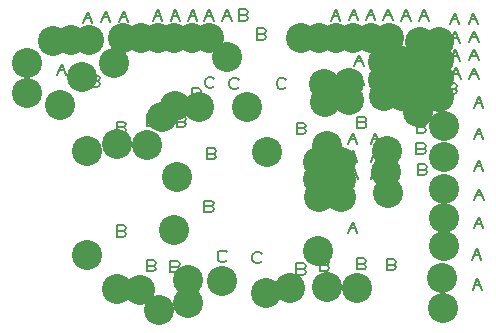
<source format=gbr>
%FSLAX35Y35*%
%MOIN*%
G04 EasyPC Gerber Version 18.0.8 Build 3632 *
%ADD11C,0.00500*%
%ADD80C,0.10000*%
X0Y0D02*
D02*
D11*
X15758Y82479D02*
X17320Y86229D01*
X18883Y82479*
X16383Y84041D02*
X18258D01*
X15758Y92479D02*
X17320Y96229D01*
X18883Y92479*
X16383Y94041D02*
X18258D01*
X24494Y99717D02*
X26057Y103467D01*
X27619Y99717*
X25119Y101280D02*
X26994D01*
X29053Y80376D02*
X29678Y80063D01*
X29991Y79439*
X29678Y78813*
X29053Y78501*
X26865*
Y82251*
X29053*
X29678Y81939*
X29991Y81313*
X29678Y80689*
X29053Y80376*
X26865*
X30485Y100092D02*
X32047Y103842D01*
X33610Y100092*
X31110Y101654D02*
X32985D01*
X34104Y87736D02*
X35667Y91486D01*
X37229Y87736*
X34729Y89299D02*
X36604D01*
X37885Y65025D02*
X38510Y64713D01*
X38822Y64088*
X38510Y63463*
X37885Y63150*
X35697*
Y66900*
X37885*
X38510Y66588*
X38822Y65963*
X38510Y65338*
X37885Y65025*
X35697*
X37938Y30399D02*
X38563Y30087D01*
X38876Y29462*
X38563Y28837*
X37938Y28524*
X35750*
Y32274*
X37938*
X38563Y31962*
X38876Y31337*
X38563Y30712*
X37938Y30399*
X35750*
X36475Y100092D02*
X38038Y103842D01*
X39600Y100092*
X37100Y101654D02*
X38975D01*
X47024Y94354D02*
X47650Y94041D01*
X47962Y93417*
X47650Y92791*
X47024Y92479*
X44837*
Y96229*
X47024*
X47650Y95917*
X47962Y95291*
X47650Y94667*
X47024Y94354*
X44837*
X47885Y18848D02*
X48510Y18535D01*
X48822Y17911*
X48510Y17285*
X47885Y16973*
X45697*
Y20723*
X47885*
X48510Y20411*
X48822Y19785*
X48510Y19161*
X47885Y18848*
X45697*
X47885Y67396D02*
X48510Y67084D01*
X48822Y66459*
X48510Y65834*
X47885Y65521*
X45697*
Y69271*
X47885*
X48510Y68959*
X48822Y68334*
X48510Y67709*
X47885Y67396*
X45697*
X47832Y100591D02*
X49395Y104341D01*
X50957Y100591*
X48457Y102154D02*
X50332D01*
X55749Y18474D02*
X56374Y18161D01*
X56687Y17536*
X56374Y16911*
X55749Y16598*
X53562*
Y20348*
X55749*
X56374Y20036*
X56687Y19411*
X56374Y18786*
X55749Y18474*
X53562*
X53698Y100591D02*
X55261Y104341D01*
X56823Y100591*
X54323Y102154D02*
X56198D01*
X57885Y66897D02*
X58510Y66585D01*
X58822Y65960*
X58510Y65335*
X57885Y65022*
X55697*
Y68772*
X57885*
X58510Y68460*
X58822Y67835*
X58510Y67210*
X57885Y66897*
X55697*
X59439Y100591D02*
X61002Y104341D01*
X62564Y100591*
X60064Y102154D02*
X61939D01*
X62126Y11881D02*
X62751Y11569D01*
X63063Y10944*
X62751Y10319*
X62126Y10006*
X59938*
Y13756*
X62126*
X62751Y13444*
X63063Y12819*
X62751Y12194*
X62126Y11881*
X59938*
X62874Y76257D02*
X63500Y75945D01*
X63812Y75320*
X63500Y74695*
X62874Y74382*
X60687*
Y78132*
X62874*
X63500Y77820*
X63812Y77195*
X63500Y76570*
X62874Y76257*
X60687*
X67118Y38692D02*
X67743Y38379D01*
X68056Y37754*
X67743Y37129*
X67118Y36817*
X64930*
Y40567*
X67118*
X67743Y40254*
X68056Y39629*
X67743Y39004*
X67118Y38692*
X64930*
Y100591D02*
X66493Y104341D01*
X68056Y100591*
X65556Y102154D02*
X67430D01*
X68204Y78696D02*
X67892Y78383D01*
X67267Y78071*
X66329*
X65704Y78383*
X65392Y78696*
X65079Y79321*
Y80571*
X65392Y81196*
X65704Y81509*
X66329Y81821*
X67267*
X67892Y81509*
X68204Y81196*
X67991Y56164D02*
X68617Y55852D01*
X68929Y55227*
X68617Y54602*
X67991Y54289*
X65804*
Y58039*
X67991*
X68617Y57727*
X68929Y57102*
X68617Y56477*
X67991Y56164*
X65804*
X72448Y20787D02*
X72135Y20475D01*
X71510Y20162*
X70572*
X69948Y20475*
X69635Y20787*
X69322Y21412*
Y22662*
X69635Y23287*
X69948Y23600*
X70572Y23912*
X71510*
X72135Y23600*
X72448Y23287*
X71611Y14355D02*
X72236Y14043D01*
X72548Y13418*
X72236Y12793*
X71611Y12480*
X69423*
Y16230*
X71611*
X72236Y15918*
X72548Y15293*
X72236Y14668*
X71611Y14355*
X69423*
X70921Y100591D02*
X72483Y104341D01*
X74046Y100591*
X71546Y102154D02*
X73421D01*
X76417Y78377D02*
X76105Y78065D01*
X75480Y77752*
X74542*
X73917Y78065*
X73605Y78377*
X73292Y79002*
Y80252*
X73605Y80877*
X73917Y81190*
X74542Y81502*
X75480*
X76105Y81190*
X76417Y80877*
X78600Y102466D02*
X79225Y102154D01*
X79537Y101529*
X79225Y100904*
X78600Y100591*
X76412*
Y104341*
X78600*
X79225Y104029*
X79537Y103404*
X79225Y102779*
X78600Y102466*
X76412*
X84054Y20288D02*
X83742Y19976D01*
X83117Y19663*
X82179*
X81554Y19976*
X81242Y20288*
X80929Y20913*
Y22163*
X81242Y22788*
X81554Y23101*
X82179Y23413*
X83117*
X83742Y23101*
X84054Y22788*
X84590Y96101D02*
X85215Y95789D01*
X85528Y95164*
X85215Y94539*
X84590Y94226*
X82403*
Y97976*
X84590*
X85215Y97664*
X85528Y97039*
X85215Y96414*
X84590Y96101*
X82403*
X92143Y78377D02*
X91830Y78065D01*
X91205Y77752*
X90267*
X89643Y78065*
X89330Y78377*
X89017Y79002*
Y80252*
X89330Y80877*
X89643Y81190*
X90267Y81502*
X91205*
X91830Y81190*
X92143Y80877*
X97819Y17725D02*
X98444Y17412D01*
X98757Y16787*
X98444Y16162*
X97819Y15850*
X95632*
Y19600*
X97819*
X98444Y19287*
X98757Y18662*
X98444Y18037*
X97819Y17725*
X95632*
X97885Y64651D02*
X98510Y64338D01*
X98822Y63713*
X98510Y63088*
X97885Y62776*
X95697*
Y66526*
X97885*
X98510Y66213*
X98822Y65588*
X98510Y64963*
X97885Y64651*
X95697*
X105682Y19098D02*
X106307Y18785D01*
X106620Y18160*
X106307Y17535*
X105682Y17222*
X103494*
Y20972*
X105682*
X106307Y20660*
X106620Y20035*
X106307Y19410*
X105682Y19098*
X103494*
X107114Y100591D02*
X108676Y104341D01*
X110239Y100591*
X107739Y102154D02*
X109614D01*
X112855Y29828D02*
X114417Y33578D01*
X115980Y29828*
X113480Y31390D02*
X115355D01*
X112855Y53540D02*
X114417Y57290D01*
X115980Y53540*
X113480Y55103D02*
X115355D01*
X112855Y59406D02*
X114417Y63156D01*
X115980Y59406*
X113480Y60969D02*
X115355D01*
X113104Y47674D02*
X114667Y51424D01*
X116230Y47674*
X113730Y49237D02*
X115604D01*
X113104Y100716D02*
X114667Y104466D01*
X116230Y100716*
X113730Y102278D02*
X115604D01*
X114976Y85365D02*
X116539Y89115D01*
X118102Y85365*
X115602Y86928D02*
X117476D01*
X115101Y79250D02*
X116664Y83000D01*
X118226Y79250*
X115726Y80812D02*
X117601D01*
X117885Y19472D02*
X118510Y19159D01*
X118822Y18535*
X118510Y17909*
X117885Y17597*
X115697*
Y21347*
X117885*
X118510Y21035*
X118822Y20409*
X118510Y19785*
X117885Y19472*
X115697*
X118037Y66648D02*
X118663Y66335D01*
X118975Y65710*
X118663Y65085*
X118037Y64772*
X115850*
Y68522*
X118037*
X118663Y68210*
X118975Y67585*
X118663Y66960*
X118037Y66648*
X115850*
X118845Y100716D02*
X120408Y104466D01*
X121970Y100716*
X119470Y102278D02*
X121345D01*
X120343Y47674D02*
X121906Y51424D01*
X123468Y47674*
X120968Y49237D02*
X122843D01*
X120343Y53415D02*
X121906Y57165D01*
X123468Y53415*
X120968Y54978D02*
X122843D01*
X120343Y59406D02*
X121906Y63156D01*
X123468Y59406*
X120968Y60969D02*
X122843D01*
X123089Y79874D02*
X124651Y83624D01*
X126214Y79874*
X123714Y81436D02*
X125589D01*
X123213Y85739D02*
X124776Y89489D01*
X126339Y85739*
X123839Y87302D02*
X125713D01*
X124586Y100716D02*
X126149Y104466D01*
X127711Y100716*
X125211Y102278D02*
X127086D01*
X127885Y19222D02*
X128510Y18910D01*
X128822Y18285*
X128510Y17660*
X127885Y17347*
X125697*
Y21097*
X127885*
X128510Y20785*
X128822Y20160*
X128510Y19535*
X127885Y19222*
X125697*
X130577Y100591D02*
X132139Y104341D01*
X133702Y100591*
X131202Y102154D02*
X133077D01*
X134446Y86738D02*
X136008Y90488D01*
X137571Y86738*
X135071Y88300D02*
X136946D01*
X134570Y92853D02*
X136133Y96603D01*
X137696Y92853*
X135196Y94416D02*
X137070D01*
X134695Y81246D02*
X136258Y84996D01*
X137820Y81246*
X135320Y82809D02*
X137195D01*
X137756Y57911D02*
X138381Y57599D01*
X138694Y56974*
X138381Y56349*
X137756Y56036*
X135569*
Y59786*
X137756*
X138381Y59474*
X138694Y58849*
X138381Y58224*
X137756Y57911*
X135569*
X137885Y65025D02*
X138510Y64713D01*
X138822Y64088*
X138510Y63463*
X137885Y63150*
X135697*
Y66900*
X137885*
X138510Y66588*
X138822Y65963*
X138510Y65338*
X137885Y65025*
X135697*
X138256Y50922D02*
X138881Y50610D01*
X139193Y49985*
X138881Y49360*
X138256Y49047*
X136068*
Y52797*
X138256*
X138881Y52485*
X139193Y51860*
X138881Y51235*
X138256Y50922*
X136068*
X136567Y100591D02*
X138130Y104341D01*
X139693Y100591*
X137193Y102154D02*
X139067D01*
X140686Y81246D02*
X142248Y84996D01*
X143811Y81246*
X141311Y82809D02*
X143186D01*
X140686Y93103D02*
X142248Y96853D01*
X143811Y93103*
X141311Y94665D02*
X143186D01*
X140811Y86987D02*
X142373Y90737D01*
X143936Y86987*
X141436Y88550D02*
X143311D01*
X148240Y77880D02*
X148865Y77567D01*
X149178Y76943*
X148865Y76317*
X148240Y76005*
X146052*
Y79755*
X148240*
X148865Y79443*
X149178Y78817*
X148865Y78193*
X148240Y77880*
X146052*
X146801Y99468D02*
X148364Y103218D01*
X149926Y99468*
X147426Y101030D02*
X149301D01*
X146926Y93228D02*
X148489Y96978D01*
X150051Y93228*
X147551Y94790D02*
X149426D01*
X147051Y87237D02*
X148613Y90987D01*
X150176Y87237*
X147676Y88800D02*
X149551D01*
X147300Y81246D02*
X148863Y84996D01*
X150426Y81246*
X147926Y82809D02*
X149800D01*
X153041Y99468D02*
X154604Y103218D01*
X156167Y99468*
X153667Y101030D02*
X155541D01*
X153291Y81122D02*
X154854Y84872D01*
X156416Y81122*
X153916Y82684D02*
X155791D01*
X153291Y87362D02*
X154854Y91112D01*
X156416Y87362*
X153916Y88924D02*
X155791D01*
X153291Y93477D02*
X154854Y97227D01*
X156416Y93477*
X153916Y95040D02*
X155791D01*
X154165Y20842D02*
X155727Y24592D01*
X157290Y20842*
X154790Y22404D02*
X156665D01*
X154414Y10857D02*
X155977Y14607D01*
X157539Y10857*
X155039Y12420D02*
X156914D01*
X154789Y31325D02*
X156351Y35075D01*
X157914Y31325*
X155414Y32888D02*
X157289D01*
X154789Y50420D02*
X156351Y54170D01*
X157914Y50420*
X155414Y51983D02*
X157289D01*
X154789Y61153D02*
X156351Y64903D01*
X157914Y61153*
X155414Y62716D02*
X157289D01*
X154789Y71512D02*
X156351Y75262D01*
X157914Y71512*
X155414Y73074D02*
X157289D01*
X154913Y40810D02*
X156476Y44560D01*
X158039Y40810*
X155539Y42373D02*
X157413D01*
D02*
D80*
X5758Y76541D03*
Y86541D03*
X14494Y93780D03*
X16865Y72563D03*
X20485Y94154D03*
X24104Y81799D03*
X25697Y57213D03*
X25750Y22587D03*
X26475Y94154D03*
X34837Y86541D03*
X35697Y11035D03*
Y59584D03*
X37832Y94654D03*
X43562Y10661D03*
X43698Y94654D03*
X45697Y59085D03*
X49439Y94654D03*
X49938Y4069D03*
X50687Y68445D03*
X54930Y30879D03*
Y94654D03*
X55079Y72133D03*
X55804Y48352D03*
X59322Y14225D03*
X59423Y6543D03*
X60921Y94654D03*
X63292Y71815D03*
X66412Y94654D03*
X70929Y13726D03*
X72403Y88289D03*
X79017Y71815D03*
X85632Y9912D03*
X85697Y56838D03*
X93494Y11285D03*
X97114Y94654D03*
X102855Y23890D03*
Y47603D03*
Y53469D03*
X103104Y41737D03*
Y94778D03*
X104976Y79428D03*
X105101Y73312D03*
X105697Y11659D03*
X105850Y58835D03*
X108845Y94778D03*
X110343Y41737D03*
Y47478D03*
Y53469D03*
X113089Y73936D03*
X113213Y79802D03*
X114586Y94778D03*
X115697Y11410D03*
X120577Y94654D03*
X124446Y80800D03*
X124570Y86916D03*
X124695Y75309D03*
X125569Y50099D03*
X125697Y57213D03*
X126068Y43110D03*
X126567Y94654D03*
X130686Y75309D03*
Y87165D03*
X130811Y81050D03*
X136052Y70067D03*
X136801Y93530D03*
X136926Y87290D03*
X137051Y81300D03*
X137300Y75309D03*
X143041Y93530D03*
X143291Y75184D03*
Y81424D03*
Y87540D03*
X144165Y14904D03*
X144414Y4920D03*
X144789Y25388D03*
Y44483D03*
Y55216D03*
Y65574D03*
X144913Y34873D03*
X0Y0D02*
M02*

</source>
